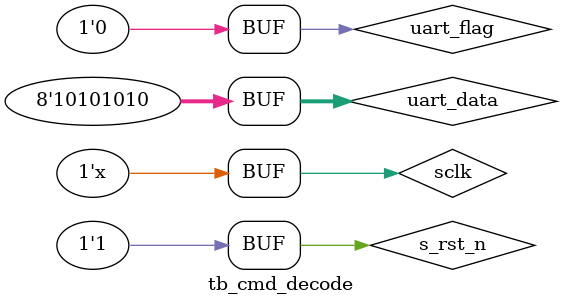
<source format=v>
`timescale 1ns/1ns


module tb_cmd_decode;
    reg sclk;
    reg s_rst_n;
    reg uart_flag;
    reg [7:0]uart_data;
    wire wr_trig;
    wire rd_trig;
    wire [7:0] wfifo_data;
    wire wfifo_wr_en;
initial begin
    sclk = 1;
    s_rst_n = 0;
    #100 
    s_rst_n <= 1;

end

always #5 sclk = ~sclk ; 


initial begin
    uart_flag <= 0; 
    uart_data <= 0;
    #200
    uart_flag <= 1;
    uart_data <= 8'h55; //write command 
    #10
    uart_flag <= 0; 
    #200
    uart_flag <= 1;
    uart_data <= 8'h12;// the first data
    #10
    uart_flag <= 0;
    #200
    uart_flag <= 1;
    uart_data <= 8'h34;// the second data
    #10
    uart_flag <= 0;
    #200
    uart_flag <= 1;
    uart_data <= 8'h56;// the third data
    #10
    uart_flag <= 0;
    #200
    uart_flag <= 1;
    uart_data <= 8'h78;// the forth data
    #10
    uart_flag <= 0;
    #200
    uart_flag <= 1;
    uart_data <= 8'haa;//the read common 
    #10
    uart_flag <= 0;
end

cmd_decode cmd_inst (
    //system signals
    .sclk(sclk),
    .s_rst_n(s_rst_n),
    // from uart _rx module 
    .uart_flag(uart_flag),
    .uart_data(uart_data),
    //ouput 
    .wr_trig(wr_trig),
    .rd_trig(rd_trig),
    .wfifo_wr_en(wfifo_wr_en),
    .wfifo_data(wfifo_data) 
);
endmodule
</source>
